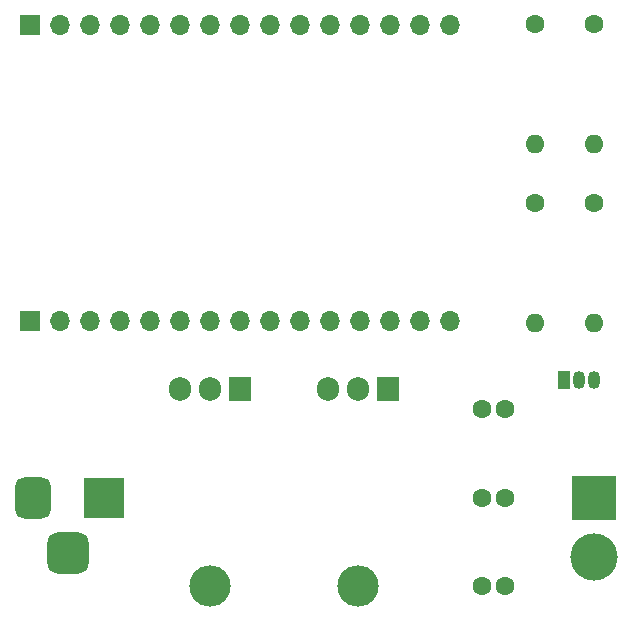
<source format=gbr>
%TF.GenerationSoftware,KiCad,Pcbnew,7.0.7*%
%TF.CreationDate,2023-09-17T16:53:54-03:00*%
%TF.ProjectId,nihon_lamp,6e69686f-6e5f-46c6-916d-702e6b696361,rev?*%
%TF.SameCoordinates,Original*%
%TF.FileFunction,Soldermask,Bot*%
%TF.FilePolarity,Negative*%
%FSLAX46Y46*%
G04 Gerber Fmt 4.6, Leading zero omitted, Abs format (unit mm)*
G04 Created by KiCad (PCBNEW 7.0.7) date 2023-09-17 16:53:54*
%MOMM*%
%LPD*%
G01*
G04 APERTURE LIST*
G04 Aperture macros list*
%AMRoundRect*
0 Rectangle with rounded corners*
0 $1 Rounding radius*
0 $2 $3 $4 $5 $6 $7 $8 $9 X,Y pos of 4 corners*
0 Add a 4 corners polygon primitive as box body*
4,1,4,$2,$3,$4,$5,$6,$7,$8,$9,$2,$3,0*
0 Add four circle primitives for the rounded corners*
1,1,$1+$1,$2,$3*
1,1,$1+$1,$4,$5*
1,1,$1+$1,$6,$7*
1,1,$1+$1,$8,$9*
0 Add four rect primitives between the rounded corners*
20,1,$1+$1,$2,$3,$4,$5,0*
20,1,$1+$1,$4,$5,$6,$7,0*
20,1,$1+$1,$6,$7,$8,$9,0*
20,1,$1+$1,$8,$9,$2,$3,0*%
G04 Aperture macros list end*
%ADD10C,1.600000*%
%ADD11O,1.600000X1.600000*%
%ADD12R,1.700000X1.700000*%
%ADD13O,1.700000X1.700000*%
%ADD14O,3.500000X3.500000*%
%ADD15R,1.905000X2.000000*%
%ADD16O,1.905000X2.000000*%
%ADD17R,3.800000X3.800000*%
%ADD18C,4.000000*%
%ADD19R,3.500000X3.500000*%
%ADD20RoundRect,0.750000X-0.750000X-1.000000X0.750000X-1.000000X0.750000X1.000000X-0.750000X1.000000X0*%
%ADD21RoundRect,0.875000X-0.875000X-0.875000X0.875000X-0.875000X0.875000X0.875000X-0.875000X0.875000X0*%
%ADD22R,1.050000X1.500000*%
%ADD23O,1.050000X1.500000*%
G04 APERTURE END LIST*
D10*
%TO.C,R3*%
X147500000Y-72420000D03*
D11*
X147500000Y-82580000D03*
%TD*%
D12*
%TO.C,J4*%
X99760000Y-72500000D03*
D13*
X102300000Y-72500000D03*
X104840000Y-72500000D03*
X107380000Y-72500000D03*
X109920000Y-72500000D03*
X112460000Y-72500000D03*
X115000000Y-72500000D03*
X117540000Y-72500000D03*
X120080000Y-72500000D03*
X122620000Y-72500000D03*
X125160000Y-72500000D03*
X127700000Y-72500000D03*
X130240000Y-72500000D03*
X132780000Y-72500000D03*
X135320000Y-72500000D03*
%TD*%
D10*
%TO.C,R1*%
X142500000Y-87500000D03*
D11*
X142500000Y-97660000D03*
%TD*%
D10*
%TO.C,C2*%
X138000000Y-112500000D03*
X140000000Y-112500000D03*
%TD*%
D14*
%TO.C,U2*%
X127500000Y-119930000D03*
D15*
X130040000Y-103270000D03*
D16*
X127500000Y-103270000D03*
X124960000Y-103270000D03*
%TD*%
D10*
%TO.C,C3*%
X138000000Y-105000000D03*
X140000000Y-105000000D03*
%TD*%
D14*
%TO.C,U3*%
X115000000Y-119930000D03*
D15*
X117540000Y-103270000D03*
D16*
X115000000Y-103270000D03*
X112460000Y-103270000D03*
%TD*%
D10*
%TO.C,C1*%
X138000000Y-120000000D03*
X140000000Y-120000000D03*
%TD*%
D12*
%TO.C,J3*%
X99800000Y-97500000D03*
D13*
X102340000Y-97500000D03*
X104880000Y-97500000D03*
X107420000Y-97500000D03*
X109960000Y-97500000D03*
X112500000Y-97500000D03*
X115040000Y-97500000D03*
X117580000Y-97500000D03*
X120120000Y-97500000D03*
X122660000Y-97500000D03*
X125200000Y-97500000D03*
X127740000Y-97500000D03*
X130280000Y-97500000D03*
X132820000Y-97500000D03*
X135360000Y-97500000D03*
%TD*%
D10*
%TO.C,R4*%
X147500000Y-87500000D03*
D11*
X147500000Y-97660000D03*
%TD*%
D17*
%TO.C,J1*%
X147500000Y-112500000D03*
D18*
X147500000Y-117500000D03*
%TD*%
D19*
%TO.C,J2*%
X106000000Y-112500000D03*
D20*
X100000000Y-112500000D03*
D21*
X103000000Y-117200000D03*
%TD*%
D10*
%TO.C,R2*%
X142500000Y-72420000D03*
D11*
X142500000Y-82580000D03*
%TD*%
D22*
%TO.C,Q1*%
X144960000Y-102500000D03*
D23*
X146230000Y-102500000D03*
X147500000Y-102500000D03*
%TD*%
M02*

</source>
